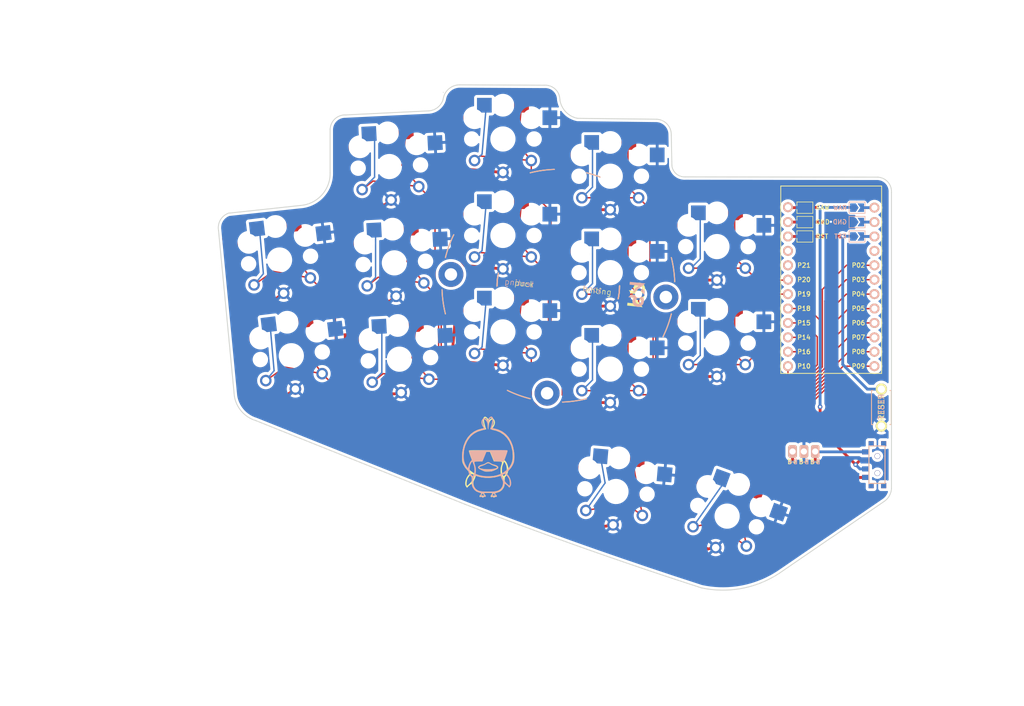
<source format=kicad_pcb>
(kicad_pcb (version 20211014) (generator pcbnew)
  (title_block (title "board") (rev "v1.0.0") (company "Unknown"))
  (layers (0 "F.Cu" signal) (31 "B.Cu" signal) (34 "B.Paste" user) (35 "F.Paste" user) (36 "B.SilkS" user "B.Silkscreen") (37 "F.SilkS" user "F.Silkscreen") (38 "B.Mask" user) (39 "F.Mask" user) (44 "Edge.Cuts" user))
  (net 0 "")
  (net 1 "P6")
  (net 2 "GND")
  (net 3 "P5")
  (net 4 "P4")
  (net 5 "P3")
  (net 6 "P2")
  (net 7 "P18")
  (net 8 "P15")
  (net 9 "P14")
  (net 10 "P16")
  (net 11 "P10")
  (net 12 "P19")
  (net 13 "P20")
  (net 14 "P21")
  (net 15 "P7")
  (net 16 "P8")
  (net 17 "P9")
  (net 18 "RAW")
  (net 19 "RST")
  (net 20 "Braw")
  (footprint "E73:SPDT_C128955" (layer "F.Cu") (at 162.50014 -55.844619 -90)
    (fp_text reference "T1" hide)
    (fp_text value "" hide)
  )
  (footprint "lib:bat" (layer "F.Cu") (at 149.545396 -58.163682)
    (fp_text reference "PAD1" hide)
    (fp_text value "" hide)
  )
  (footprint "kbd:ResetSW" (layer "F.Cu") (at 163.203191 -65.902519 90)
    (fp_text reference "B1" hide)
    (fp_text value "")
  )
  (footprint "PG1350" (layer "F.Cu") (at 76.473007 -108.388471 3)
    (fp_text reference "S11" hide)
    (fp_text value "" hide)
  )
  (footprint "PG1350" (layer "F.Cu") (at 136.010417 -46.770669 160)
    (fp_text reference "S34" hide)
    (fp_text value "" hide)
  )
  (footprint "PG1350" (layer "F.Cu") (at 96.495817 -96.246989)
    (fp_text reference "S15" hide)
    (fp_text value "" hide)
  )
  (footprint "PG1350" (layer "F.Cu") (at 115.411087 -89.686017)
    (fp_text reference "S21" hide)
    (fp_text value "" hide)
  )
  (footprint "PG1350" (layer "F.Cu") (at 78.252431 -74.435067 -177)
    (fp_text reference "S8" hide)
    (fp_text value "" hide)
  )
  (footprint "PG1350" (layer "F.Cu") (at 96.495817 -79.246989 180)
    (fp_text reference "S14" hide)
    (fp_text value "" hide)
  )
  (footprint "PG1350" (layer "F.Cu") (at 115.411087 -72.686017 180)
    (fp_text reference "S20" hide)
    (fp_text value "" hide)
  )
  (footprint "PG1350" (layer "F.Cu") (at 134.21828 -77.278852 180)
    (fp_text reference "S28" hide)
    (fp_text value "" hide)
  )
  (footprint "PG1350" (layer "F.Cu") (at 134.21828 -94.278852)
    (fp_text reference "S29" hide)
    (fp_text value "" hide)
  )
  (footprint "LOGO" (layer "F.Cu") (at 93.819755 -55.859733)
    (fp_text reference "G***" hide)
    (fp_text value "LOGO" hide)
  )
  (footprint "PG1350" (layer "F.Cu") (at 136.010417 -46.770669 -20)
    (fp_text reference "S33" hide)
    (fp_text value "" hide)
  )
  (footprint "PG1350" (layer "F.Cu") (at 78.252431 -74.435067 3)
    (fp_text reference "S7" hide)
    (fp_text value "" hide)
  )
  (footprint "E73:SPDT_C128955" (layer "F.Cu") (at 162.50014 -55.844619 -90)
    (fp_text reference "T2" hide)
    (fp_text value "" hide)
  )
  (footprint "PG1350" (layer "F.Cu") (at 57.124882 -91.914188 7)
    (fp_text reference "S5" hide)
    (fp_text value "" hide)
  )
  (footprint "PG1350" (layer "F.Cu") (at 134.21828 -77.278852)
    (fp_text reference "S27" hide)
    (fp_text value "" hide)
  )
  (footprint "PG1350" (layer "F.Cu") (at 77.362719 -91.411769 3)
    (fp_text reference "S9" hide)
    (fp_text value "" hide)
  )
  (footprint "PG1350" (layer "F.Cu") (at 96.495817 -96.246989 180)
    (fp_text reference "S16" hide)
    (fp_text value "" hide)
  )
  (footprint "PG1350" (layer "F.Cu") (at 134.21828 -94.278852 180)
    (fp_text reference "S30" hide)
    (fp_text value "" hide)
  )
  (footprint "PG1350" (layer "F.Cu") (at 96.495817 -79.246989)
    (fp_text reference "S13" hide)
    (fp_text value "" hide)
  )
  (footprint "PG1350" (layer "F.Cu") (at 115.411087 -106.686017 180)
    (fp_text reference "S24" hide)
    (fp_text value "" hide)
  )
  (footprint "PG1350" (layer "F.Cu") (at 96.495818 -113.246989)
    (fp_text reference "S17" hide)
    (fp_text value "" hide)
  )
  (footprint "PG1350" (layer "F.Cu") (at 59.196661 -75.040902 -173)
    (fp_text reference "S4" hide)
    (fp_text value "" hide)
  )
  (footprint "PG1350" (layer "F.Cu") (at 77.362719 -91.411769 -177)
    (fp_text reference "S10" hide)
    (fp_text value "" hide)
  )
  (footprint "PG1350" (layer "F.Cu") (at 115.411087 -89.686017 180)
    (fp_text reference "S22" hide)
    (fp_text value "" hide)
  )
  (footprint "PG1350" (layer "F.Cu") (at 116.421084 -51.11352 -5)
    (fp_text reference "S31" hide)
    (fp_text value "" hide)
  )
  (footprint "ProMicro" (layer "F.Cu") (at 154.357213 -87.172542 -90)
    (fp_text reference "MCU1" hide)
    (fp_text value "" hide)
  )
  (footprint "PG1350" (layer "F.Cu") (at 59.196661 -75.040902 7)
    (fp_text reference "S3" hide)
    (fp_text value "" hide)
  )
  (footprint "PG1350" (layer "F.Cu") (at 116.421084 -51.11352 175)
    (fp_text reference "S32" hide)
    (fp_text value "" hide)
  )
  (footprint "Alaa:Tenting_Puck_3_Holes" (layer "F.Cu") (at 106.270304 -87.379126 84)
    (fp_text reference "REF**")
    (fp_text value "Tenting Puck")
  )
  (footprint "PG1350" (layer "F.Cu") (at 76.473007 -108.388471 -177)
    (fp_text reference "S12" hide)
    (fp_text value "" hide)
  )
  (footprint "PG1350" (layer "F.Cu") (at 115.411087 -106.686017)
    (fp_text reference "S23" hide)
    (fp_text value "" hide)
  )
  (footprint "PG1350" (layer "F.Cu") (at 57.124882 -91.914188 -173)
    (fp_text reference "S6" hide)
    (fp_text value "" hide)
  )
  (footprint "PG1350" (layer "F.Cu") (at 115.411087 -72.686017)
    (fp_text reference "S19" hide)
    (fp_text value "" hide)
  )
  (footprint "PG1350" (layer "F.Cu") (at 96.495818 -113.246989 180)
    (fp_text reference "S18" hide)
    (fp_text value "" hide)
  )
  (footprint "LOGO" (layer "B.Cu") (at 93.98 -55.88 180)
    (fp_text reference "G***" hide)
    (fp_text value "LOGO" hide)
  )
  (gr_line (start 68.760709 -117.48876) (end 83.446218 -118.206882) (layer "Edge.Cuts") (width 0.15))
  (gr_arc (start 123.633938 -116.727707) (mid 125.468731 -115.844155) (end 126.173938 -113.933707) (layer "Edge.Cuts") (width 0.15))
  (gr_arc (start 46.362218 -97.124882) (mid 46.692737 -98.974672) (end 48.140218 -100.172882) (layer "Edge.Cuts") (width 0.15))
  (gr_line (start 48.140218 -100.172882) (end 60.78679 -101.529418) (layer "Edge.Cuts") (width 0.15))
  (gr_line (start 109.640342 -116.893075) (end 123.633938 -116.727707) (layer "Edge.Cuts") (width 0.15))
  (gr_arc (start 109.640342 -116.893075) (mid 107.566014 -118.036124) (end 106.534791 -120.168254) (layer "Edge.Cuts") (width 0.15))
  (gr_line (start 162.601024 -106.517136) (end 128.620269 -106.570579) (layer "Edge.Cuts") (width 0.15))
  (gr_arc (start 128.620269 -106.570579) (mid 127.041627 -107.111307) (end 126.278191 -108.591103) (layer "Edge.Cuts") (width 0.15))
  (gr_line (start 88.862297 -122.794691) (end 103.766218 -122.722334) (layer "Edge.Cuts") (width 0.15))
  (gr_arc (start 145.168218 -36.672882) (mid 138.565708 -34.023233) (end 131.452218 -34.132882) (layer "Edge.Cuts") (width 0.15))
  (gr_line (start 89.796218 -48.864882) (end 52.966218 -63.596882) (layer "Edge.Cuts") (width 0.15))
  (gr_line (start 46.362218 -97.124882) (end 49.156218 -67.914882) (layer "Edge.Cuts") (width 0.15))
  (gr_arc (start 52.966218 -63.596882) (mid 50.442692 -65.210111) (end 49.156218 -67.914882) (layer "Edge.Cuts") (width 0.15))
  (gr_arc (start 131.452218 -34.132882) (mid 110.521133 -41.207401) (end 89.796218 -48.864882) (layer "Edge.Cuts") (width 0.15))
  (gr_arc (start 164.980218 -51.658882) (mid 164.618141 -50.364255) (end 163.710218 -49.372882) (layer "Edge.Cuts") (width 0.15))
  (gr_line (start 85.98719 -121.474863) (end 85.98719 -121.474863) (layer "Edge.Cuts") (width 0.15))
  (gr_arc (start 66.039663 -107.284882) (mid 64.558414 -103.361965) (end 60.78679 -101.529418) (layer "Edge.Cuts") (width 0.15))
  (gr_line (start 164.980218 -51.658882) (end 164.982296 -103.812548) (layer "Edge.Cuts") (width 0.15))
  (gr_arc (start 103.766218 -122.722334) (mid 105.706117 -122.047549) (end 106.534791 -120.168254) (layer "Edge.Cuts") (width 0.15))
  (gr_line (start 145.168218 -36.672882) (end 163.710218 -49.372882) (layer "Edge.Cuts") (width 0.15))
  (gr_line (start 66.039663 -114.976857) (end 66.039663 -107.284882) (layer "Edge.Cuts") (width 0.15))
  (gr_arc (start 85.948006 -120.207771) (mid 85.006677 -118.820264) (end 83.446218 -118.206882) (layer "Edge.Cuts") (width 0.15))
  (gr_line (start 126.278191 -108.591103) (end 126.173938 -113.933707) (layer "Edge.Cuts") (width 0.15))
  (gr_arc (start 162.601024 -106.517136) (mid 164.353984 -105.659944) (end 164.982296 -103.812548) (layer "Edge.Cuts") (width 0.15))
  (gr_arc (start 66.039663 -114.976857) (mid 66.885307 -116.79055) (end 68.760709 -117.48876) (layer "Edge.Cuts") (width 0.15))
  (gr_arc (start 85.948006 -120.207771) (mid 86.918958 -122.048954) (end 88.862297 -122.794691) (layer "Edge.Cuts") (width 0.15))
  (segment (start 71.347919 -65.788867) (end 66.961374 -70.175412) (width 0.25) (layer "F.Cu") (net 1))
  (segment (start 62.550717 -88.751859) (end 56.012252 -89.904766) (width 0.25) (layer "F.Cu") (net 1))
  (segment (start 59.650347 -98.21896) (end 58.900295 -93.9652) (width 0.25) (layer "F.Cu") (net 1))
  (segment (start 154.628374 -72.346106) (end 147.293059 -65.010791) (width 0.25) (layer "F.Cu") (net 1))
  (segment (start 56.012252 -89.904766) (end 52.625255 -87.533165) (width 0.25) (layer "F.Cu") (net 1))
  (segment (start 58.900295 -93.9652) (end 62.550717 -88.751859) (width 0.25) (layer "F.Cu") (net 1))
  (segment (start 100.432043 -65.796819) (end 87.231438 -65.796819) (width 0.25) (layer "F.Cu") (net 1))
  (segment (start 87.231438 -65.796819) (end 87.223486 -65.788867) (width 0.25) (layer "F.Cu") (net 1))
  (segment (start 161.977213 -80.822542) (end 157.527339 -80.822542) (width 0.25) (layer "F.Cu") (net 1))
  (segment (start 124.592825 -65.010791) (end 121.686138 -62.104105) (width 0.25) (layer "F.Cu") (net 1))
  (segment (start 109.813674 -62.104105) (end 108.250914 -63.666865) (width 0.25) (layer "F.Cu") (net 1))
  (segment (start 154.628374 -77.923577) (end 154.628374 -72.346106) (width 0.25) (layer "F.Cu") (net 1))
  (segment (start 102.561997 -63.666865) (end 100.432043 -65.796819) (width 0.25) (layer "F.Cu") (net 1))
  (segment (start 108.250914 -63.666865) (end 102.561997 -63.666865) (width 0.25) (layer "F.Cu") (net 1))
  (segment (start 66.961374 -70.175412) (end 66.961374 -84.341201) (width 0.25) (layer "F.Cu") (net 1))
  (segment (start 147.293059 -65.010791) (end 124.592825 -65.010791) (width 0.25) (layer "F.Cu") (net 1))
  (segment (start 87.223486 -65.788867) (end 71.347919 -65.788867) (width 0.25) (layer "F.Cu") (net 1))
  (segment (start 157.527339 -80.822542) (end 154.628374 -77.923577) (width 0.25) (layer "F.Cu") (net 1))
  (segment (start 121.686138 -62.104105) (end 109.813674 -62.104105) (width 0.25) (layer "F.Cu") (net 1))
  (segment (start 66.961374 -84.341201) (end 62.550716 -88.751859) (width 0.25) (layer "F.Cu") (net 1))
  (segment (start 54.275931 -89.500364) (end 52.625255 -87.533166) (width 0.25) (layer "B.Cu") (net 1))
  (segment (start 53.617361 -97.027859) (end 54.275931 -89.500364) (width 0.25) (layer "B.Cu") (net 1))
  (segment (start 53.149171 -97.420716) (end 53.617361 -97.027859) (width 0.25) (layer "B.Cu") (net 1))
  (segment (start 68.612841 -110.035403) (end 67.917887 -110.924904) (width 0.5) (layer "F.Cu") (net 2))
  (segment (start 96.495817 -73.346988) (end 90.063534 -73.90974) (width 0.5) (layer "F.Cu") (net 2))
  (segment (start 134.21828 -88.378852) (end 127.851901 -88.378852) (width 0.5) (layer "F.Cu") (net 2))
  (segment (start 68.049859 -105.450277) (end 68.612841 -110.035403) (width 0.5) (layer "F.Cu") (net 2))
  (segment (start 128.490798 -71.378852) (end 125.94328 -73.92637) (width 0.5) (layer "F.Cu") (net 2))
  (segment (start 77.671501 -85.519854) (end 76.539256 -84.635248) (width 0.5) (layer "F.Cu") (net 2))
  (segment (start 125.94328 -90.287473) (end 125.94328 -98.028852) (width 0.5) (layer "F.Cu") (net 2))
  (segment (start 67.917887 -110.924904) (end 68.013088 -111.700252) (width 0.5) (layer "F.Cu") (net 2))
  (segment (start 70.560498 -102.236807) (end 68.049859 -105.450277) (width 0.5) (layer "F.Cu") (net 2))
  (segment (start 76.539256 -84.635248) (end 70.720705 -85.349675) (width 0.5) (layer "F.Cu") (net 2))
  (segment (start 107.989666 -75.582438) (end 107.136087 -76.436017) (width 0.5) (layer "F.Cu") (net 2))
  (segment (start 69.090563 -72.029937) (end 69.79251 -77.746847) (width 0.5) (layer "F.Cu") (net 2))
  (segment (start 78.561213 -68.543153) (end 78.345227 -68.327167) (width 0.5) (layer "F.Cu") (net 2))
  (segment (start 90.063534 -73.90974) (end 87.674843 -76.756471) (width 0.5) (layer "F.Cu") (net 2))
  (segment (start 51.337187 -75.934363) (end 50.433071 -77.225576) (width 0.5) (layer "F.Cu") (net 2))
  (segment (start 128.386883 -43.911271) (end 127.316454 -49.981975) (width 0.5) (layer "F.Cu") (net 2))
  (segment (start 109.079387 -46.196962) (end 107.643404 -54.340825) (width 0.5) (layer "F.Cu") (net 2))
  (segment (start 115.411087 -66.786017) (end 109.81576 -66.786017) (width 0.5) (layer "F.Cu") (net 2))
  (segment (start 59.915689 -69.184882) (end 58.361781 -68.096822) (width 0.5) (layer "F.Cu") (net 2))
  (segment (start 109.81576 -66.786017) (end 107.989666 -68.612111) (width 0.5) (layer "F.Cu") (net 2))
  (segment (start 115.411087 -83.786017) (end 108.973745 -83.786017) (width 0.5) (layer "F.Cu") (net 2))
  (segment (start 58.361781 -68.096822) (end 53.380213 -68.975207) (width 0.5) (layer "F.Cu") (net 2))
  (segment (start 75.649545 -101.61195) (end 70.560498 -102.236807) (width 0.5) (layer "F.Cu") (net 2))
  (segment (start 115.906865 -45.235972) (end 111.54918 -44.467594) (width 0.5) (layer "F.Cu") (net 2))
  (segment (start 53.380213 -68.975207) (end 50.767929 -72.705933) (width 0.5) (layer "F.Cu") (net 2))
  (segment (start 71.983484 -68.327167) (end 69.090563 -72.029937) (width 0.5) (layer "F.Cu") (net 2))
  (segment (start 134.21828 -71.378852) (end 128.490798 -71.378852) (width 0.5) (layer "F.Cu") (net 2))
  (segment (start 107.136087 -103.216201) (end 107.136087 -110.436017) (width 0.5) (layer "F.Cu") (net 2))
  (segment (start 89.868208 -107.926829) (end 89.834546 -107.898584) (width 0.5) (layer "F.Cu") (net 2))
  (segment (start 96.495818 -107.346989) (end 89.868208 -107.926829) (width 0.5) (layer "F.Cu") (net 2))
  (segment (start 115.411087 -100.786017) (end 109.566271 -100.786017) (width 0.5) (layer "F.Cu") (net 2))
  (segment (start 70.720705 -85.349675) (end 68.155044 -88.633572) (width 0.5) (layer "F.Cu") (net 2))
  (segment (start 87.651732 -93.492315) (end 88.220817 -99.996988) (width 0.5) (layer "F.Cu") (net 2))
  (segment (start 78.345227 -68.327167) (end 71.983484 -68.327167) (width 0.5) (layer "F.Cu") (net 2))
  (segment (start 68.155044 -88.633572) (end 68.9028 -94.72355) (width 0.5) (layer "F.Cu") (net 2))
  (segment (start 50.433071 -77.225576) (end 50.526331 -77.754482) (width 0.5) (layer "F.Cu") (net 2))
  (segment (start 127.316454 -49.981975) (end 129.517036 -53.124733) (width 0.5) (layer "F.Cu") (net 2))
  (segment (start 111.54918 -44.467594) (end 109.079387 -46.196962) (width 0.5) (layer "F.Cu") (net 2))
  (segment (start 132.577487 -40.976978) (end 128.386883 -43.911271) (width 0.5) (layer "F.Cu") (net 2))
  (segment (start 107.989666 -68.612111) (end 107.989666 -75.582438) (width 0.5) (layer "F.Cu") (net 2))
  (segment (start 154.256703 -98.602542) (end 150.44369 -98.602542) (width 0.5) (layer "F.Cu") (net 2))
  (segment (start 108.15356 -76.015027) (end 107.136087 -77.0325) (width 0.5) (layer "F.Cu") (net 2))
  (segment (start 109.566271 -100.786017) (end 107.136087 -103.216201) (width 0.5) (layer "F.Cu") (net 2))
  (segment (start 96.495817 -90.346988) (end 89.799377 -90.932851) (width 0.5) (layer "F.Cu") (net 2))
  (segment (start 51.281155 -85.317036) (end 48.548686 -89.219407) (width 0.5) (layer "F.Cu") (net 2))
  (segment (start 87.674843 -76.756471) (end 88.220817 -82.996988) (width 0.5) (layer "F.Cu") (net 2))
  (segment (start 89.799377 -90.932851) (end 87.651732 -93.492315) (width 0.5) (layer "F.Cu") (net 2))
  (segment (start 108.973745 -83.786017) (end 107.136087 -85.623675) (width 0.5) (layer "F.Cu") (net 2))
  (segment (start 154.304587 -98.650426) (end 154.256703 -98.602542) (width 0.5) (layer "F.Cu") (net 2))
  (segment (start 127.851901 -88.378852) (end 125.94328 -90.287473) (width 0.5) (layer "F.Cu") (net 2))
  (segment (start 48.548686 -89.219407) (end 49.291551 -93.432407) (width 0.5) (layer "F.Cu") (net 2))
  (segment (start 89.834546 -107.898584) (end 87.652338 -110.499238) (width 0.5) (layer "F.Cu") (net 2))
  (segment (start 57.84391 -86.058165) (end 55.6782 -84.541717) (width 0.5) (layer "F.Cu") (net 2))
  (segment (start 76.78179 -102.496557) (end 75.649545 -101.61195) (width 0.5) (layer "F.Cu") (net 2))
  (segment (start 133.992498 -41.226483) (end 132.577487 -40.976978) (width 0.5) (layer "F.Cu") (net 2))
  (segment (start 55.6782 -84.541717) (end 51.281155 -85.317036) (width 0.5) (layer "F.Cu") (net 2))
  (segment (start 107.136087 -85.623675) (end 107.136087 -93.436017) (width 0.5) (layer "F.Cu") (net 2))
  (segment (start 49.291551 -93.432407) (end 48.454552 -94.627767) (width 0.5) (layer "F.Cu") (net 2))
  (segment (start 50.767929 -72.705933) (end 51.337187 -75.934363) (width 0.5) (layer "F.Cu") (net 2))
  (segment (start 125.94328 -73.92637) (end 125.94328 -81.028852) (width 0.5) (layer "F.Cu") (net 2))
  (segment (start 87.652338 -110.499238) (end 88.220818 -116.996988) (width 0.5) (layer "F.Cu") (net 2))
  (via (at 154.304587 -98.650426) (size 0.8) (drill 0.4) (layers "F.Cu" "B.Cu") (net 2))
  (segment (start 154.329345 -98.675184) (end 154.329345 -64.825511) (width 0.5) (layer "B.Cu") (net 2))
  (segment (start 149.545396 -60.041562) (end 149.545396 -58.163682) (width 0.5) (layer "B.Cu") (net 2))
  (segment (start 154.329345 -64.825511) (end 149.545396 -60.041562) (width 0.5) (layer "B.Cu") (net 2))
  (segment (start 154.304587 -98.650426) (end 154.329345 -98.675184) (width 0.5) (layer "B.Cu") (net 2))
  (segment (start 154.329345 -98.675184) (end 158.139502 -98.675184) (width 0.5) (layer "B.Cu") (net 2))
  (segment (start 89.451213 -70.901955) (end 94.106829 -66.246339) (width 0.25) (layer "F.Cu") (net 3))
  (segment (start 102.748195 -64.116385) (end 108.437111 -64.116385) (width 0.25) (layer "F.Cu") (net 3))
  (segment (start 121.499941 -62.553625) (end 124.406628 -65.460311) (width 0.25) (layer "F.Cu") (net 3))
  (segment (start 108.437111 -64.116385) (end 109.999871 -62.553625) (width 0.25) (layer "F.Cu") (net 3))
  (segment (start 157.383378 -83.345369) (end 161.96004 -83.345369) (width 0.25) (layer "F.Cu") (net 3))
  (segment (start 80.491238 -74.681899) (end 83.444455 -70.901954) (width 0.25) (layer "F.Cu") (net 3))
  (segment (start 124.406628 -65.460311) (end 147.106862 -65.460311) (width 0.25) (layer "F.Cu") (net 3))
  (segment (start 94.106829 -66.246339) (end 100.618241 -66.246339) (width 0.25) (layer "F.Cu") (net 3))
  (segment (start 147.106862 -65.460311) (end 154.178854 -72.532303) (width 0.25) (layer "F.Cu") (net 3))
  (segment (start 83.444455 -70.901954) (end 75.39332 -71.890508) (width 0.25) (layer "F.Cu") (net 3))
  (segment (start 81.211543 -80.548313) (end 80.491238 -74.681899) (width 0.25) (layer "F.Cu") (net 3))
  (segment (start 109.999871 -62.553625) (end 121.499941 -62.553625) (width 0.25) (layer "F.Cu") (net 3))
  (segment (start 75.39332 -71.890508) (end 73.458159 -70.378596) (width 0.25) (layer "F.Cu") (net 3))
  (segment (start 154.178854 -80.140845) (end 157.383378 -83.345369) (width 0.25) (layer "F.Cu") (net 3))
  (segment (start 154.178854 -72.532303) (end 154.178854 -80.140845) (width 0.25) (layer "F.Cu") (net 3))
  (segment (start 100.618241 -66.246339) (end 102.748195 -64.116385) (width 0.25) (layer "F.Cu") (net 3))
  (segment (start 83.444455 -70.901955) (end 89.451213 -70.901955) (width 0.25) (layer "F.Cu") (net 3))
  (segment (start 75.153402 -79.72263) (end 75.153402 -72.073837) (width 0.25) (layer "B.Cu") (net 3))
  (segment (start 75.153402 -72.073837) (end 73.45816 -70.378595) (width 0.25) (layer "B.Cu") (net 3))
  (segment (start 74.67052 -80.205512) (end 75.153402 -79.72263) (width 0.25) (layer "B.Cu") (net 3))
  (segment (start 157.022542 -85.902542) (end 161.977213 -85.902542) (width 0.25) (layer "F.Cu") (net 4))
  (segment (start 146.920664 -65.909831) (end 153.729334 -72.718501) (width 0.25) (layer "F.Cu") (net 4))
  (segment (start 79.601527 -91.658601) (end 82.554743 -87.878656) (width 0.25) (layer "F.Cu") (net 4))
  (segment (start 102.934392 -64.565905) (end 108.623311 -64.565905) (width 0.25) (layer "F.Cu") (net 4))
  (segment (start 80.321832 -97.525016) (end 79.601527 -91.658601) (width 0.25) (layer "F.Cu") (net 4))
  (segment (start 124.220427 -65.909831) (end 146.920664 -65.909831) (width 0.25) (layer "F.Cu") (net 4))
  (segment (start 108.623311 -64.565905) (end 110.186071 -63.003145) (width 0.25) (layer "F.Cu") (net 4))
  (segment (start 153.729334 -82.609334) (end 157.022542 -85.902542) (width 0.25) (layer "F.Cu") (net 4))
  (segment (start 110.186071 -63.003145) (end 121.313741 -63.003145) (width 0.25) (layer "F.Cu") (net 4))
  (segment (start 94.303347 -66.695859) (end 100.804437 -66.695859) (width 0.25) (layer "F.Cu") (net 4))
  (segment (start 85.163705 -75.835501) (end 94.303347 -66.695859) (width 0.25) (layer "F.Cu") (net 4))
  (segment (start 82.554743 -87.878656) (end 74.503609 -88.867212) (width 0.25) (layer "F.Cu") (net 4))
  (segment (start 85.163705 -85.269695) (end 85.163705 -75.835501) (width 0.25) (layer "F.Cu") (net 4))
  (segment (start 153.729334 -72.718501) (end 153.729334 -82.609334) (width 0.25) (layer "F.Cu") (net 4))
  (segment (start 100.804437 -66.695859) (end 102.934392 -64.565905) (width 0.25) (layer "F.Cu") (net 4))
  (segment (start 74.503609 -88.867212) (end 72.568448 -87.355298) (width 0.25) (layer "F.Cu") (net 4))
  (segment (start 82.554743 -87.878657) (end 85.163705 -85.269695) (width 0.25) (layer "F.Cu") (net 4))
  (segment (start 121.313741 -63.003145) (end 124.220427 -65.909831) (width 0.25) (layer "F.Cu") (net 4))
  (segment (start 73.780808 -97.182214) (end 74.047832 -96.91519) (width 0.25) (layer "B.Cu") (net 4))
  (segment (start 74.047832 -88.834681) (end 72.568448 -87.355297) (width 0.25) (layer "B.Cu") (net 4))
  (segment (start 74.047832 -96.91519) (end 74.047832 -88.834681) (width 0.25) (layer "B.Cu") (net 4))
  (segment (start 73.613898 -105.843914) (end 71.678736 -104.332) (width 0.25) (layer "F.Cu") (net 5))
  (segment (start 81.665031 -104.855359) (end 84.528479 -101.991911) (width 0.25) (layer "F.Cu") (net 5))
  (segment (start 79.432121 -114.501718) (end 78.711815 -108.635304) (width 0.25) (layer "F.Cu") (net 5))
  (segment (start 100.990636 -67.145379) (end 103.12059 -65.015425) (width 0.25) (layer "F.Cu") (net 5))
  (segment (start 85.613225 -85.455892) (end 85.613225 -76.021699) (width 0.25) (layer "F.Cu") (net 5))
  (segment (start 156.988586 -88.442542) (end 161.977213 -88.442542) (width 0.25) (layer "F.Cu") (net 5))
  (segment (start 94.489545 -67.145379) (end 100.990636 -67.145379) (width 0.25) (layer "F.Cu") (net 5))
  (segment (start 110.372268 -63.452665) (end 121.127543 -63.452665) (width 0.25) (layer "F.Cu") (net 5))
  (segment (start 103.12059 -65.015425) (end 108.809508 -65.015425) (width 0.25) (layer "F.Cu") (net 5))
  (segment (start 81.665032 -104.855358) (end 73.613898 -105.843914) (width 0.25) (layer "F.Cu") (net 5))
  (segment (start 153.249052 -72.873937) (end 153.249052 -84.703008) (width 0.25) (layer "F.Cu") (net 5))
  (segment (start 85.613225 -76.021699) (end 94.489545 -67.145379) (width 0.25) (layer "F.Cu") (net 5))
  (segment (start 124.03423 -66.359351) (end 146.734466 -66.359351) (width 0.25) (layer "F.Cu") (net 5))
  (segment (start 146.734466 -66.359351) (end 153.249052 -72.873937) (width 0.25) (layer "F.Cu") (net 5))
  (segment (start 121.127543 -63.452665) (end 124.03423 -66.359351) (width 0.25) (layer "F.Cu") (net 5))
  (segment (start 84.528479 -101.991911) (end 84.528479 -86.540639) (width 0.25) (layer "F.Cu") (net 5))
  (segment (start 108.809508 -65.015425) (end 110.372268 -63.452665) (width 0.25) (layer "F.Cu") (net 5))
  (segment (start 78.711815 -108.635304) (end 81.665032 -104.855358) (width 0.25) (layer "F.Cu") (net 5))
  (segment (start 84.528479 -86.540639) (end 85.613225 -85.455892) (width 0.25) (layer "F.Cu") (net 5))
  (segment (start 153.249052 -84.703008) (end 156.988586 -88.442542) (width 0.25) (layer "F.Cu") (net 5))
  (segment (start 73.685006 -114.454599) (end 73.873184 -114.266421) (width 0.25) (layer "B.Cu") (net 5))
  (segment (start 73.873184 -106.526447) (end 71.678736 -104.331999) (width 0.25) (layer "B.Cu") (net 5))
  (segment (start 73.873184 -114.266421) (end 73.873184 -106.526447) (width 0.25) (layer "B.Cu") (net 5))
  (segment (start 92.44002 -76.239268) (end 91.495817 -75.446988) (width 0.25) (layer "F.Cu") (net 6))
  (segment (start 123.848033 -66.808871) (end 146.548268 -66.808871) (width 0.25) (layer "F.Cu") (net 6))
  (segment (start 152.799532 -86.738477) (end 157.043597 -90.982542) (width 0.25) (layer "F.Cu") (net 6))
  (segment (start 108.995705 -65.464945) (end 110.558465 -63.902185) (width 0.25) (layer "F.Cu") (net 6))
  (segment (start 101.495817 -75.446989) (end 99.16122 -78.229254) (width 0.25) (layer "F.Cu") (net 6))
  (segment (start 99.16122 -78.229254) (end 99.770817 -85.196989) (width 0.25) (layer "F.Cu") (net 6))
  (segment (start 146.548268 -66.808871) (end 152.799532 -73.060135) (width 0.25) (layer "F.Cu") (net 6))
  (segment (start 110.558465 -63.902185) (end 120.941347 -63.902185) (width 0.25) (layer "F.Cu") (net 6))
  (segment (start 120.941347 -63.902185) (end 123.848033 -66.808871) (width 0.25) (layer "F.Cu") (net 6))
  (segment (start 103.306786 -65.464945) (end 108.995705 -65.464945) (width 0.25) (layer "F.Cu") (net 6))
  (segment (start 157.043597 -90.982542) (end 161.977213 -90.982542) (width 0.25) (layer "F.Cu") (net 6))
  (segment (start 101.495817 -75.446989) (end 92.44002 -76.239268) (width 0.25) (layer "F.Cu") (net 6))
  (segment (start 101.495817 -67.275914) (end 103.306786 -65.464945) (width 0.25) (layer "F.Cu") (net 6))
  (segment (start 101.495817 -75.446989) (end 101.495817 -67.275914) (width 0.25) (layer "F.Cu") (net 6))
  (segment (start 152.799532 -73.060135) (end 152.799532 -86.738477) (width 0.25) (layer "F.Cu") (net 6))
  (segment (start 92.813707 -76.55283) (end 91.495817 -75.446988) (width 0.25) (layer "B.Cu") (net 6))
  (segment (start 93.220818 -85.196988) (end 93.537006 -84.82017) (width 0.25) (layer "B.Cu") (net 6))
  (segment (start 93.537006 -84.82017) (end 92.813707 -76.55283) (width 0.25) (layer "B.Cu") (net 6))
  (segment (start 120.755149 -64.351705) (end 123.661836 -67.258391) (width 0.25) (layer "F.Cu") (net 7))
  (segment (start 146.36207 -67.258391) (end 152.350012 -73.246333) (width 0.25) (layer "F.Cu") (net 7))
  (segment (start 152.350012 -81.329988) (end 150.317458 -83.362542) (width 0.25) (layer "F.Cu") (net 7))
  (segment (start 104.52868 -89.414126) (end 104.52868 -73.670546) (width 0.25) (layer "F.Cu") (net 7))
  (segment (start 101.495817 -92.446989) (end 92.440019 -93.239269) (width 0.25) (layer "F.Cu") (net 7))
  (segment (start 99.161219 -95.229254) (end 101.495817 -92.446989) (width 0.25) (layer "F.Cu") (net 7))
  (segment (start 106.965626 -68.130741) (end 110.744662 -64.351705) (width 0.25) (layer "F.Cu") (net 7))
  (segment (start 106.965626 -71.2336) (end 106.965626 -68.130741) (width 0.25) (layer "F.Cu") (net 7))
  (segment (start 150.317458 -83.362542) (end 146.737213 -83.362542) (width 0.25) (layer "F.Cu") (net 7))
  (segment (start 152.350012 -73.246333) (end 152.350012 -81.329988) (width 0.25) (layer "F.Cu") (net 7))
  (segment (start 104.52868 -73.670546) (end 106.965626 -71.2336) (width 0.25) (layer "F.Cu") (net 7))
  (segment (start 99.770817 -102.196989) (end 99.161219 -95.229254) (width 0.25) (layer "F.Cu") (net 7))
  (segment (start 101.495817 -92.446989) (end 104.52868 -89.414126) (width 0.25) (layer "F.Cu") (net 7))
  (segment (start 110.744662 -64.351705) (end 120.755149 -64.351705) (width 0.25) (layer "F.Cu") (net 7))
  (segment (start 92.440019 -93.239269) (end 91.495817 -92.446988) (width 0.25) (layer "F.Cu") (net 7))
  (segment (start 123.661836 -67.258391) (end 146.36207 -67.258391) (width 0.25) (layer "F.Cu") (net 7))
  (segment (start 92.813707 -93.55283) (end 91.495817 -92.446988) (width 0.25) (layer "B.Cu") (net 7))
  (segment (start 93.220817 -102.196988) (end 93.537006 -101.82017) (width 0.25) (layer "B.Cu") (net 7))
  (segment (start 93.537006 -101.82017) (end 92.813707 -93.55283) (width 0.25) (layer "B.Cu") (net 7))
  (segment (start 123.475639 -67.707911) (end 146.175872 -67.707911) (width 0.25) (layer "F.Cu") (net 8))
  (segment (start 120.568951 -64.801225) (end 123.475639 -67.707911) (width 0.25) (layer "F.Cu") (net 8))
  (segment (start 104.9782 -73.856742) (end 107.415146 -71.419797) (width 0.25) (layer "F.Cu") (net 8))
  (segment (start 99.770818 -119.196989) (end 99.16122 -112.229254) (width 0.25) (layer "F.Cu") (net 8))
  (segment (start 107.415146 -68.316938) (end 110.930859 -64.801225) (width 0.25) (layer "F.Cu") (net 8))
  (segment (start 101.495818 -109.446989) (end 101.495818 -103.938308) (width 0.25) (layer "F.Cu") (net 8))
  (segment (start 146.175872 -67.707911) (end 151.900492 -73.432531) (width 0.25) (layer "F.Cu") (net 8))
  (segment (start 151.900492 -73.432531) (end 151.900492 -78.376564) (width 0.25) (layer "F.Cu") (net 8))
  (segment (start 92.44002 -110.239269) (end 91.495817 -109.446988) (width 0.25) (layer "F.Cu") (net 8))
  (segment (start 151.900492 -78.376564) (end 149.454514 -80.822542) (width 0.25) (layer "F.Cu") (net 8))
  (segment (start 104.9782 -100.455926) (end 104.9782 -73.856742) (width 0.25) (layer "F.Cu") (net 8))
  (segment (start 101.495818 -103.938308) (end 104.9782 -100.455926) (width 0.25) (layer "F.Cu") (net 8))
  (segment (start 149.454514 -80.822542) (end 146.737213 -80.822542) (width 0.25) (layer "F.Cu") (net 8))
  (segment (start 110.930859 -64.801225) (end 120.568951 -64.801225) (width 0.25) (layer "F.Cu") (net 8))
  (segment (start 107.415146 -71.419797) (end 107.415146 -68.316938) (width 0.25) (layer "F.Cu") (net 8))
  (segment (start 101.495817 -109.446989) (end 92.44002 -110.239269) (width 0.25) (layer "F.Cu") (net 8))
  (segment (start 99.16122 -112.229254) (end 101.495817 -109.446989) (width 0.25) (layer "F.Cu") (net 8))
  (segment (start 92.813708 -110.55283) (end 91.495817 -109.446988) (width 0.25) (layer "B.Cu") (net 8))
  (segment (start 93.537006 -118.82017) (end 92.813708 -110.55283) (width 0.25) (layer "B.Cu") (net 8))
  (segment (start 93.220818 -119.196988) (end 93.537006 -118.82017) (width 0.25) (layer "B.Cu") (net 8))
  (segment (start 151.450972 -75.858105) (end 151.450972 -73.618729) (width 0.25) (layer "F.Cu") (net 9))
  (segment (start 151.450972 -73.618729) (end 146.001033 -68.16879) (width 0.25) (layer "F.Cu") (net 9))
  (segment (start 120.411087 -68.886017) (end 110.411087 -68.886017) (width 0.25) (layer "F.Cu") (net 9))
  (segment (start 118.536566 -78.486496) (end 118.536566 -70.760538) (width 0.25) (layer "F.Cu") (net 9))
  (segment (start 121.128314 -68.16879) (end 120.411087 -68.886017) (width 0.25) (layer "F.Cu") (net 9))
  (segment (start 146.737213 -78.282542) (end 149.026535 -78.282542) (width 0.25) (layer "F.Cu") (net 9))
  (segment (start 149.026535 -78.282542) (end 151.450972 -75.858105) (width 0.25) (layer "F.Cu") (net 9))
  (segment (start 118.536566 -70.760538) (end 120.411087 -68.886017) (width 0.25) (layer "F.Cu") (net 9))
  (segment (start 146.001033 -68.16879) (end 121.128314 -68.16879) (width 0.25) (layer "F.Cu") (net 9))
  (segment (start 118.686087 -78.636017) (end 118.536566 -78.486496) (width 0.25) (layer "F.Cu") (net 9))
  (segment (start 112.285608 -79.029475) (end 112.285608 -70.760538) (width 0.25) (layer "B.Cu") (net 9))
  (segment (start 112.285608 -70.760538) (end 110.411087 -68.886017) (width 0.25) (layer "B.Cu") (net 9))
  (segment (start 118.536566 -87.760538) (end 120.411087 -85.886017) (width 0.25) (layer "F.Cu") (net 10))
  (segment (start 122.966194 -69.25978) (end 123.607665 -68.61831) (width 0.25) (layer "F.Cu") (net 10))
  (segment (start 110.411087 -85.886017) (end 120.411087 -85.886017) (width 0.25) (layer "F.Cu") (net 10))
  (segment (start 123.607665 -68.61831) (end 145.814835 -68.61831) (width 0.25) (layer "F.Cu") (net 10))
  (segment (start 118.536566 -95.486496) (end 118.536566 -87.760538) (width 0.25) (layer "F.Cu") (net 10))
  (segment (start 151.001452 -73.804926) (end 151.001452 -74.60109) (width 0.25) (layer "F.Cu") (net 10))
  (segment (start 145.814835 -68.61831) (end 151.001452 -73.804926) (width 0.25) (layer "F.Cu") (net 10))
  (segment (start 151.001452 -74.60109) (end 149.86 -75.742542) (width 0.25) (layer "F.Cu") (net 10))
  (segment (start 149.86 -75.742542) (end 146.737213 -75.742542) (width 0.25) (layer "F.Cu") (net 10))
  (segment (start 120.411087 -85.886017) (end 120.411087 -83.431958) (width 0.25) (layer "F.Cu") (net 10))
  (segment (start 118.686087 -95.636017) (end 118.536566 -95.486496) (width 0.25) (layer "F.Cu") (net 10))
  (segment (start 122.966194 -80.876851) (end 122.966194 -69.25978) (width 0.25) (layer "F.Cu") (net 10))
  (segment (start 120.411087 -83.431958) (end 122.966194 -80.876851) (width 0.25) (layer "F.Cu") (net 10))
  (segment (start 112.285608 -96.029475) (end 112.285608 -87.760538) (width 0.25) (layer "B.Cu") (net 10))
  (segment (start 112.285608 -87.760538) (end 110.411087 -85.886017) (width 0.25) (layer "B.Cu") (net 10))
  (segment (start 118.536566 -112.486496) (end 118.536566 -104.760538) (width 0.25) (layer "F.Cu") (net 11))
  (segment (start 122.404871 -100.892233) (end 122.404871 -82.073892) (width 0.25) (layer "F.Cu") (net 11))
  (segment (start 122.404871 -82.073892) (end 123.415714 -81.063048) (width 0.25) (layer "F.Cu") (net 11))
  (segment (start 123.415714 -81.063048) (end 123.415714 -69.445978) (width 0.25) (layer "F.Cu") (net 11))
  (segment (start 120.411087 -102.886017) (end 110.411087 -102.886017) (width 0.25) (layer "F.Cu") (net 11))
  (segment (start 145.628638 -69.06783) (end 146.737213 -70.176405) (width 0.25) (layer "F.Cu") (net 11))
  (segment (start 118.686087 -112.636017) (end 118.536566 -112.486496) (width 0.25) (layer "F.Cu") (net 11))
  (segment (start 123.415714 -69.445978) (end 123.793862 -69.06783) (width 0.25) (layer "F.Cu") (net 11))
  (segment (start 120.411087 -102.886017) (end 122.404871 -100.892233) (width 0.25) (layer "F.Cu") (net 11))
  (segment (start 123.793862 -69.06783) (end 145.628638 -69.06783) (width 0.25) (layer "F.Cu") (net 11))
  (segment (start 146.737213 -70.176405) (end 146.737213 -73.202542) (width 0.25) (layer "F.Cu") (net 11))
  (segment (start 118.536566 -104.760538) (end 120.411087 -102.886017) (width 0.25) (layer "F.Cu") (net 11))
  (segment (start 112.285608 -104.760538) (end 110.411087 -102.886017) (width 0.25) (layer "B.Cu") (net 11))
  (segment (start 112.285608 -113.029475) (end 112.285608 -104.760538) (width 0.25) (layer "B.Cu") (net 11))
  (segment (start 144.607863 -85.902542) (end 146.737213 -85.902542) (width 0.25) (layer "F.Cu") (net 12))
  (segment (start 137.343759 -75.353373) (end 137.343759 -83.079331) (width 0.25) (layer "F.Cu") (net 12))
  (segment (start 142.540891 -83.83557) (end 144.607863 -85.902542) (width 0.25) (layer "F.Cu") (net 12))
  (segment (start 142.540891 -76.801463) (end 142.540891 -83.83557) (width 0.25) (layer "F.Cu") (net 12))
  (segment (start 139.21828 -73.478852) (end 137.343759 -75.353373) (width 0.25) (layer "F.Cu") (net 12))
  (segment (start 137.343759 -83.079331) (end 137.49328 -83.228852) (width 0.25) (layer "F.Cu") (net 12))
  (segment (start 139.21828 -73.478852) (end 142.540891 -76.801463) (width 0.25) (layer "F.Cu") (net 12))
  (segment (start 129.21828 -73.478852) (end 139.21828 -73.478852) (width 0.25) (layer "F.Cu") (net 12))
  (segment (start 131.272946 -75.102108) (end 129.078705 -72.907867) (width 0.25) (layer "B.Cu") (net 12))
  (segment (start 131.272946 -82.188626) (end 131.272946 -75.102108) (width 0.25) (layer "B.Cu") (net 12))
  (segment (start 130.803705 -82.657867) (end 131.272946 -82.188626) (width 0.25) (layer "B.Cu") (net 12))
  (segment (start 141.329875 -88.367257) (end 146.661928 -88.367257) (width 0.25) (layer "F.Cu") (net 13))
  (segment (start 139.21828 -90.478852) (end 141.329875 -88.367257) (width 0.25) (layer "F.Cu") (net 13))
  (segment (start 137.343759 -92.353373) (end 137.343759 -100.079331) (width 0.25) (layer "F.Cu") (net 13))
  (segment (start 137.343759 -100.079331) (end 137.49328 -100.228852) (width 0.25) (layer "F.Cu") (net 13))
  (segment (start 139.21828 -90.478852) (end 137.343759 -92.353373) (width 0.25) (layer "F.Cu") (net 13))
  (segment (start 146.661928 -88.367257) (end 146.737213 -88.442542) (width 0.25) (layer "F.Cu") (net 13))
  (segment (start 129.21828 -90.478852) (end 139.21828 -90.478852) (width 0.25) (layer "F.Cu") (net 13))
  (segment (start 131.272946 -99.188626) (end 131.272946 -92.102108) (width 0.25) (layer "B.Cu") (net 13))
  (segment (start 129.64969 -90.478852) (end 129.21828 -90.478852) (width 0.25) (layer "B.Cu") (net 13))
  (segment (start 131.272946 -92.102108) (end 129.64969 -90.478852) (width 0.25) (layer "B.Cu") (net 13))
  (segment (start 130.803705 -99.657867) (end 131.272946 -99.188626) (width 0.25) (layer "B.Cu") (net 13))
  (segment (start 155.077894 -75.999866) (end 155.077894 -72.159908) (width 0.25) (layer "F.Cu") (net 15))
  (segment (start 155.077894 -72.159908) (end 147.479257 -64.561271) (width 0.25) (layer "F.Cu") (net 15))
  (segment (start 71.161721 -65.339347) (end 64.622495 -71.878573) (width 0.25) (layer "F.Cu") (net 15))
  (segment (start 102.375799 -63.217345) (end 100.245845 -65.347299) (width 0.25) (layer "F.Cu") (net 15))
  (segment (start 87.417636 -65.347299) (end 87.409683 -65.339347) (width 0.25) (layer "F.Cu") (net 15))
  (segment (start 60.972074 -77.091915) (end 64.622494 -71.878574) (width 0.25) (layer "F.Cu") (net 15))
  (segment (start 124.779022 -64.561271) (end 121.872335 -61.654585) (width 0.25) (layer "F.Cu") (net 15))
  (segment (start 147.479257 -64.561271) (end 124.779022 -64.561271) (width 0.25) (layer "F.Cu") (net 15))
  (segment (start 109.627476 -61.654585) (end 108.064716 -63.217345) (width 0.25) (layer "F.Cu") (net 15))
  (segment (start 87.409683 -65.339347) (end 71.161721 -65.339347) (width 0.25) (layer "F.Cu") (net 15))
  (segment (start 108.064716 -63.217345) (end 102.375799 -63.217345) (width 0.25) (layer "F.Cu") (net 15))
  (segment (start 64.622494 -71.878574) (end 58.084032 -73.031481) (width 0.25) (layer "F.Cu") (net 15))
  (segment (start 100.245845 -65.347299) (end 87.417636 -65.347299) (width 0.25) (layer "F.Cu") (net 15))
  (segment (start 161.977213 -78.282542) (end 157.36057 -78.282542) (width 0.25) (layer "F.Cu") (net 15))
  (segment (start 157.36057 -78.282542) (end 155.077894 -75.999866) (width 0.25) (layer "F.Cu") (net 15))
  (segment (start 58.084032 -73.031481) (end 54.697033 -70.659879) (width 0.25) (layer "F.Cu") (net 15))
  (segment (start 121.872335 -61.654585) (end 109.627476 -61.654585) (width 0.25) (layer "F.Cu") (net 15))
  (segment (start 61.722126 -81.345674) (end 60.972074 -77.091915) (width 0.25) (layer "F.Cu") (net 15))
  (segment (start 55.467251 -80.340759) (end 56.161523 -72.40519) (width 0.25) (layer "B.Cu") (net 15))
  (segment (start 56.161523 -72.40519) (end 54.697034 -70.659879) (width 0.25) (layer "B.Cu") (net 15))
  (segment (start 55.220949 -80.54743) (end 55.467251 -80.340759) (width 0.25) (layer "B.Cu") (net 15))
  (segment (start 155.527414 -73.853023) (end 155.527414 -71.97371) (width 0.25) (layer "F.Cu") (net 16))
  (segment (start 122.087342 -61.233873) (end 122.087342 -59.028778) (width 0.25) (layer "F.Cu") (net 16))
  (segment (start 118.072562 -48.991637) (end 111.108918 -47.763759) (width 0.25) (layer "F.Cu") (net 16))
  (segment (start 157.416933 -75.742542) (end 155.527414 -73.853023) (width 0.25) (layer "F.Cu") (net 16))
  (segment (start 121.070866 -46.892202) (end 118.072562 -48.991637) (width 0.25) (layer "F.Cu") (net 16))
  (segment (start 120.202198 -57.143634) (end 120.202198 -56.755443) (width 0.25) (layer "F.Cu") (net 16))
  (segment (start 147.665454 -64.111751) (end 124.96522 -64.111751) (width 0.25) (layer "F.Cu") (net 16))
  (segment (start 122.087342 -59.028778) (end 120.202198 -57.143634) (width 0.25) (layer "F.Cu") (net 16))
  (segment (start 124.96522 -64.111751) (end 122.087342 -61.233873) (width 0.25) (layer "F.Cu") (net 16))
  (segment (start 161.977213 -75.742542) (end 157.416933 -75.742542) (width 0.25) (layer "F.Cu") (net 16))
  (segment (start 119.506821 -55.762341) (end 121.070866 -46.892202) (width 0.25) (layer "F.Cu") (net 16))
  (segment (start 155.527414 -71.97371) (end 147.665454 -64.111751) (width 0.25) (layer "F.Cu") (net 16))
  (segment (start 113.677123 -57.326313) (end 114.50744 -52.617351) (width 0.25) (layer "B.Cu") (net 16))
  (segment (start 114.50744 -52.617351) (end 111.108918 -47.763759) (width 0.25) (layer "B.Cu") (net 16))
  (segment (start 141.12293 -57.862087) (end 141.12293 -51.241724) (width 0.25) (layer "F.Cu") (net 17))
  (segment (start 146.923074 -63.662231) (end 141.12293 -57.862087) (width 0.25) (layer "F.Cu") (net 17))
  (segment (start 155.976934 -72.716091) (end 155.976934 -71.787514) (width 0.25) (layer "F.Cu") (net 17))
  (segment (start 156.463385 -73.202542) (end 155.976934 -72.716091) (width 0.25) (layer "F.Cu") (net 17))
  (segment (start 133.616924 -45.545534) (end 130.012277 -44.909937) (width 0.25) (layer "F.Cu") (net 17))
  (segment (start 141.12293 -51.241724) (end 138.380313 -47.324862) (width 0.25) (layer "F.Cu") (net 17))
  (segment (start 155.976934 -71.787514) (end 147.851651 -63.662231) (width 0.25) (layer "F.Cu") (net 17))
  (segment (start 139.409203 -41.489736) (end 133.616924 -45.545534) (width 0.25) (layer "F.Cu") (net 17))
  (segment (start 161.977213 -73.202542) (end 156.463385 -73.202542) (width 0.25) (layer "F.Cu") (net 17))
  (segment (start 147.851651 -63.662231) (end 146.923074 -63.662231) (width 0.25) (layer "F.Cu") (net 17))
  (segment (start 138.380313 -47.324862) (end 139.409203 -41.489736) (width 0.25) (layer "F.Cu") (net 17))
  (segment (start 135.178467 -52.288021) (end 130.012277 -44.909937) (width 0.25) (layer "B.Cu") (net 17))
  (segment (start 134.967944 -53.481956) (end 135.178467 -52.288021) (width 0.25) (layer "B.Cu") (net 17))
  (segment (start 152.4 -62.118371) (end 158.661253 -55.857118) (width 0.5) (layer "F.Cu") (net 18))
  (segment (start 152.372041 -101.185184) (end 150.419502 -101.185184) (width 0.5) (layer "F.Cu") (net 18))
  (segment (start 152.4 -101.213143) (end 152.372041 -101.185184) (width 0.5) (layer "F.Cu") (net 18))
  (segment (start 158.661253 -55.857118) (end 158.661253 -55.844619) (width 0.5) (layer "F.Cu") (net 18))
  (segment (start 159.411253 -56.594619) (end 160.42514 -56.594619) (width 0.5) (layer "F.Cu") (net 18))
  (segment (start 152.4 -66.04) (end 152.4 -62.118371) (width 0.5) (layer "F.Cu") (net 18))
  (segment (start 158.661253 -55.844619) (end 159.411253 -56.594619) (width 0.5) (layer "F.Cu") (net 18))
  (via (at 158.661253 -55.844619) (size 0.8) (drill 0.4) (layers "F.Cu" "B.Cu") (net 18))
  (via (at 152.4 -66.04) (size 0.8) (drill 0.4) (layers "F.Cu" "B.Cu") (net 18))
  (via (at 152.4 -101.213143) (size 0.8) (drill 0.4) (layers "F.Cu" "B.Cu") (net 18))
  (segment (start 152.4 -101.213143) (end 152.426699 -101.186444) (width 0.5) (layer "B.Cu") (net 18))
  (segment (start 152.4 -101.213143) (end 152.4 -66.04) (width 0.5) (layer "B.Cu") (net 18))
  (segment (start 152.426699 -101.186444) (end 158.168242 -101.186444) (width 0.5) (layer "B.Cu") (net 18))
  (segment (start 158.661253 -55.844619) (end 159.406377 -55.099495) (width 0.5) (layer "B.Cu") (net 18))
  (segment (start 159.406377 -55.099495) (end 160.167148 -55.099495) (width 0.5) (layer "B.Cu") (net 18))
  (segment (start 150.466332 -96.085184) (end 150.44369 -96.062542) (width 0.5) (layer "F.Cu") (net 19))
  (segment (start 156.389782 -96.106346) (end 156.36862 -96.085184) (width 0.5) (layer "F.Cu") (net 19))
  (segment (start 156.36862 -96.085184) (end 150.466332 -96.085184) (width 0.5) (layer "F.Cu") (net 19))
  (via (at 156.389782 -96.106346) (size 0.8) (drill 0.4) (layers "F.Cu" "B.Cu") (net 19))
  (segment (start 156.389782 -96.106346) (end 156.389782 -73.500449) (width 0.5) (layer "B.Cu") (net 19))
  (segment (start 156.389782 -96.106346) (end 156.38988 -96.106444) (width 0.5) (layer "B.Cu") (net 19))
  (segment (start 156.389782 -73.500449) (end 160.737712 -69.152519) (width 0.5) (layer "B.Cu") (net 19))
  (segment (start 160.737712 -69.152519) (end 163.203191 -69.152519) (width 0.5) (layer "B.Cu") (net 19))
  (segment (start 156.38988 -96.106444) (end 158.168242 -96.106444) (width 0.5) (layer "B.Cu") (net 19))
  (segment (start 149.987226 -53.594619) (end 147.545396 -56.036449) (width 0.5) (layer "F.Cu") (net 20))
  (segment (start 160.42514 -53.594619) (end 149.987226 -53.594619) (width 0.5) (layer "F.Cu") (net 20))
  (segment (start 151.545396 -55.929571) (end 153.880348 -53.594619) (width 0.5) (layer "F.Cu") (net 20))
  (segment (start 147.545396 -56.036449) (end 147.545396 -58.163682) (width 0.5) (layer "F.Cu") (net 20))
  (segment (start 153.880348 -53.594619) (end 160.42514 -53.594619) (width 0.5) (layer "F.Cu") (net 20))
  (segment (start 151.545396 -58.163682) (end 151.545396 -55.929571) (width 0.5) (layer "F.Cu") (net 20))
  (segment (start 160.42514 -58.094619) (end 160.420264 -58.099495) (width 0.5) (layer "B.Cu") (net 20))
  (segment (start 151.609583 -58.099495) (end 151.545396 -58.163682) (width 0.5) (layer "B.Cu") (net 20))
  (segment (start 160.420264 -58.099495) (end 151.609583 -58.099495) (width 0.5) (layer "B.Cu") (net 20))
  (zone (net 2) (net_name "GND") (layer "B.Cu") (connect_pads (clearance 0.508)) (min_thickness 0.254) (fill yes (thermal_gap 0.508) (thermal_bridge_width 0.508))
    (polygon (pts (xy 182.3974 -114.5794) (xy 188.341 -13.2842) (xy 40.4622 -17.3228) (xy 7.8486 -109.982) (xy 86.7918 -137.7442)))
  )
)
</source>
